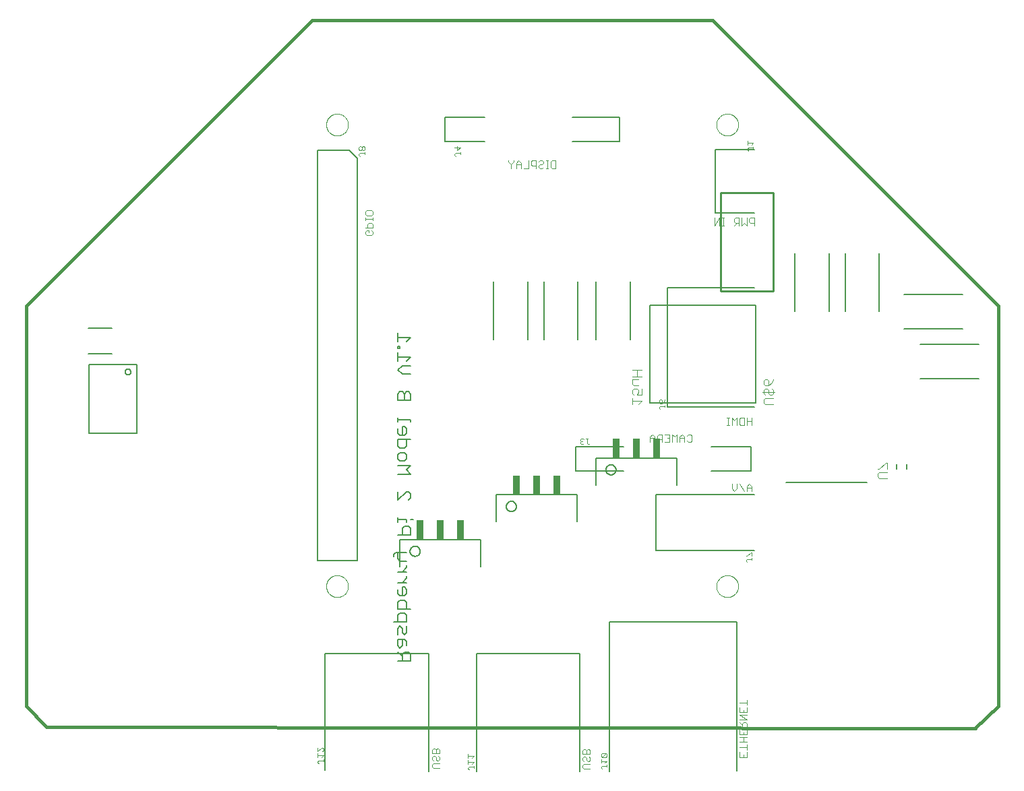
<source format=gbo>
G75*
%MOIN*%
%OFA0B0*%
%FSLAX25Y25*%
%IPPOS*%
%LPD*%
%AMOC8*
5,1,8,0,0,1.08239X$1,22.5*
%
%ADD10C,0.01600*%
%ADD11C,0.00000*%
%ADD12C,0.00500*%
%ADD13C,0.00300*%
%ADD14C,0.00600*%
%ADD15C,0.00800*%
%ADD16R,0.03800X0.09500*%
%ADD17C,0.01000*%
%ADD18C,0.00400*%
D10*
X0058905Y0179884D02*
X0048884Y0190305D01*
X0048884Y0388295D01*
X0190305Y0529716D01*
X0388295Y0529716D01*
X0529716Y0388295D01*
X0529716Y0190305D01*
X0518095Y0179184D01*
X0518195Y0179316D02*
X0059005Y0179916D01*
D11*
X0197324Y0249599D02*
X0197326Y0249746D01*
X0197332Y0249892D01*
X0197342Y0250038D01*
X0197356Y0250184D01*
X0197374Y0250330D01*
X0197395Y0250475D01*
X0197421Y0250619D01*
X0197451Y0250763D01*
X0197484Y0250905D01*
X0197521Y0251047D01*
X0197562Y0251188D01*
X0197607Y0251327D01*
X0197656Y0251466D01*
X0197708Y0251603D01*
X0197765Y0251738D01*
X0197824Y0251872D01*
X0197888Y0252004D01*
X0197955Y0252134D01*
X0198025Y0252263D01*
X0198099Y0252390D01*
X0198176Y0252514D01*
X0198257Y0252637D01*
X0198341Y0252757D01*
X0198428Y0252875D01*
X0198518Y0252990D01*
X0198611Y0253103D01*
X0198708Y0253214D01*
X0198807Y0253322D01*
X0198909Y0253427D01*
X0199014Y0253529D01*
X0199122Y0253628D01*
X0199233Y0253725D01*
X0199346Y0253818D01*
X0199461Y0253908D01*
X0199579Y0253995D01*
X0199699Y0254079D01*
X0199822Y0254160D01*
X0199946Y0254237D01*
X0200073Y0254311D01*
X0200202Y0254381D01*
X0200332Y0254448D01*
X0200464Y0254512D01*
X0200598Y0254571D01*
X0200733Y0254628D01*
X0200870Y0254680D01*
X0201009Y0254729D01*
X0201148Y0254774D01*
X0201289Y0254815D01*
X0201431Y0254852D01*
X0201573Y0254885D01*
X0201717Y0254915D01*
X0201861Y0254941D01*
X0202006Y0254962D01*
X0202152Y0254980D01*
X0202298Y0254994D01*
X0202444Y0255004D01*
X0202590Y0255010D01*
X0202737Y0255012D01*
X0202884Y0255010D01*
X0203030Y0255004D01*
X0203176Y0254994D01*
X0203322Y0254980D01*
X0203468Y0254962D01*
X0203613Y0254941D01*
X0203757Y0254915D01*
X0203901Y0254885D01*
X0204043Y0254852D01*
X0204185Y0254815D01*
X0204326Y0254774D01*
X0204465Y0254729D01*
X0204604Y0254680D01*
X0204741Y0254628D01*
X0204876Y0254571D01*
X0205010Y0254512D01*
X0205142Y0254448D01*
X0205272Y0254381D01*
X0205401Y0254311D01*
X0205528Y0254237D01*
X0205652Y0254160D01*
X0205775Y0254079D01*
X0205895Y0253995D01*
X0206013Y0253908D01*
X0206128Y0253818D01*
X0206241Y0253725D01*
X0206352Y0253628D01*
X0206460Y0253529D01*
X0206565Y0253427D01*
X0206667Y0253322D01*
X0206766Y0253214D01*
X0206863Y0253103D01*
X0206956Y0252990D01*
X0207046Y0252875D01*
X0207133Y0252757D01*
X0207217Y0252637D01*
X0207298Y0252514D01*
X0207375Y0252390D01*
X0207449Y0252263D01*
X0207519Y0252134D01*
X0207586Y0252004D01*
X0207650Y0251872D01*
X0207709Y0251738D01*
X0207766Y0251603D01*
X0207818Y0251466D01*
X0207867Y0251327D01*
X0207912Y0251188D01*
X0207953Y0251047D01*
X0207990Y0250905D01*
X0208023Y0250763D01*
X0208053Y0250619D01*
X0208079Y0250475D01*
X0208100Y0250330D01*
X0208118Y0250184D01*
X0208132Y0250038D01*
X0208142Y0249892D01*
X0208148Y0249746D01*
X0208150Y0249599D01*
X0208148Y0249452D01*
X0208142Y0249306D01*
X0208132Y0249160D01*
X0208118Y0249014D01*
X0208100Y0248868D01*
X0208079Y0248723D01*
X0208053Y0248579D01*
X0208023Y0248435D01*
X0207990Y0248293D01*
X0207953Y0248151D01*
X0207912Y0248010D01*
X0207867Y0247871D01*
X0207818Y0247732D01*
X0207766Y0247595D01*
X0207709Y0247460D01*
X0207650Y0247326D01*
X0207586Y0247194D01*
X0207519Y0247064D01*
X0207449Y0246935D01*
X0207375Y0246808D01*
X0207298Y0246684D01*
X0207217Y0246561D01*
X0207133Y0246441D01*
X0207046Y0246323D01*
X0206956Y0246208D01*
X0206863Y0246095D01*
X0206766Y0245984D01*
X0206667Y0245876D01*
X0206565Y0245771D01*
X0206460Y0245669D01*
X0206352Y0245570D01*
X0206241Y0245473D01*
X0206128Y0245380D01*
X0206013Y0245290D01*
X0205895Y0245203D01*
X0205775Y0245119D01*
X0205652Y0245038D01*
X0205528Y0244961D01*
X0205401Y0244887D01*
X0205272Y0244817D01*
X0205142Y0244750D01*
X0205010Y0244686D01*
X0204876Y0244627D01*
X0204741Y0244570D01*
X0204604Y0244518D01*
X0204465Y0244469D01*
X0204326Y0244424D01*
X0204185Y0244383D01*
X0204043Y0244346D01*
X0203901Y0244313D01*
X0203757Y0244283D01*
X0203613Y0244257D01*
X0203468Y0244236D01*
X0203322Y0244218D01*
X0203176Y0244204D01*
X0203030Y0244194D01*
X0202884Y0244188D01*
X0202737Y0244186D01*
X0202590Y0244188D01*
X0202444Y0244194D01*
X0202298Y0244204D01*
X0202152Y0244218D01*
X0202006Y0244236D01*
X0201861Y0244257D01*
X0201717Y0244283D01*
X0201573Y0244313D01*
X0201431Y0244346D01*
X0201289Y0244383D01*
X0201148Y0244424D01*
X0201009Y0244469D01*
X0200870Y0244518D01*
X0200733Y0244570D01*
X0200598Y0244627D01*
X0200464Y0244686D01*
X0200332Y0244750D01*
X0200202Y0244817D01*
X0200073Y0244887D01*
X0199946Y0244961D01*
X0199822Y0245038D01*
X0199699Y0245119D01*
X0199579Y0245203D01*
X0199461Y0245290D01*
X0199346Y0245380D01*
X0199233Y0245473D01*
X0199122Y0245570D01*
X0199014Y0245669D01*
X0198909Y0245771D01*
X0198807Y0245876D01*
X0198708Y0245984D01*
X0198611Y0246095D01*
X0198518Y0246208D01*
X0198428Y0246323D01*
X0198341Y0246441D01*
X0198257Y0246561D01*
X0198176Y0246684D01*
X0198099Y0246808D01*
X0198025Y0246935D01*
X0197955Y0247064D01*
X0197888Y0247194D01*
X0197824Y0247326D01*
X0197765Y0247460D01*
X0197708Y0247595D01*
X0197656Y0247732D01*
X0197607Y0247871D01*
X0197562Y0248010D01*
X0197521Y0248151D01*
X0197484Y0248293D01*
X0197451Y0248435D01*
X0197421Y0248579D01*
X0197395Y0248723D01*
X0197374Y0248868D01*
X0197356Y0249014D01*
X0197342Y0249160D01*
X0197332Y0249306D01*
X0197326Y0249452D01*
X0197324Y0249599D01*
X0390237Y0249599D02*
X0390239Y0249746D01*
X0390245Y0249892D01*
X0390255Y0250038D01*
X0390269Y0250184D01*
X0390287Y0250330D01*
X0390308Y0250475D01*
X0390334Y0250619D01*
X0390364Y0250763D01*
X0390397Y0250905D01*
X0390434Y0251047D01*
X0390475Y0251188D01*
X0390520Y0251327D01*
X0390569Y0251466D01*
X0390621Y0251603D01*
X0390678Y0251738D01*
X0390737Y0251872D01*
X0390801Y0252004D01*
X0390868Y0252134D01*
X0390938Y0252263D01*
X0391012Y0252390D01*
X0391089Y0252514D01*
X0391170Y0252637D01*
X0391254Y0252757D01*
X0391341Y0252875D01*
X0391431Y0252990D01*
X0391524Y0253103D01*
X0391621Y0253214D01*
X0391720Y0253322D01*
X0391822Y0253427D01*
X0391927Y0253529D01*
X0392035Y0253628D01*
X0392146Y0253725D01*
X0392259Y0253818D01*
X0392374Y0253908D01*
X0392492Y0253995D01*
X0392612Y0254079D01*
X0392735Y0254160D01*
X0392859Y0254237D01*
X0392986Y0254311D01*
X0393115Y0254381D01*
X0393245Y0254448D01*
X0393377Y0254512D01*
X0393511Y0254571D01*
X0393646Y0254628D01*
X0393783Y0254680D01*
X0393922Y0254729D01*
X0394061Y0254774D01*
X0394202Y0254815D01*
X0394344Y0254852D01*
X0394486Y0254885D01*
X0394630Y0254915D01*
X0394774Y0254941D01*
X0394919Y0254962D01*
X0395065Y0254980D01*
X0395211Y0254994D01*
X0395357Y0255004D01*
X0395503Y0255010D01*
X0395650Y0255012D01*
X0395797Y0255010D01*
X0395943Y0255004D01*
X0396089Y0254994D01*
X0396235Y0254980D01*
X0396381Y0254962D01*
X0396526Y0254941D01*
X0396670Y0254915D01*
X0396814Y0254885D01*
X0396956Y0254852D01*
X0397098Y0254815D01*
X0397239Y0254774D01*
X0397378Y0254729D01*
X0397517Y0254680D01*
X0397654Y0254628D01*
X0397789Y0254571D01*
X0397923Y0254512D01*
X0398055Y0254448D01*
X0398185Y0254381D01*
X0398314Y0254311D01*
X0398441Y0254237D01*
X0398565Y0254160D01*
X0398688Y0254079D01*
X0398808Y0253995D01*
X0398926Y0253908D01*
X0399041Y0253818D01*
X0399154Y0253725D01*
X0399265Y0253628D01*
X0399373Y0253529D01*
X0399478Y0253427D01*
X0399580Y0253322D01*
X0399679Y0253214D01*
X0399776Y0253103D01*
X0399869Y0252990D01*
X0399959Y0252875D01*
X0400046Y0252757D01*
X0400130Y0252637D01*
X0400211Y0252514D01*
X0400288Y0252390D01*
X0400362Y0252263D01*
X0400432Y0252134D01*
X0400499Y0252004D01*
X0400563Y0251872D01*
X0400622Y0251738D01*
X0400679Y0251603D01*
X0400731Y0251466D01*
X0400780Y0251327D01*
X0400825Y0251188D01*
X0400866Y0251047D01*
X0400903Y0250905D01*
X0400936Y0250763D01*
X0400966Y0250619D01*
X0400992Y0250475D01*
X0401013Y0250330D01*
X0401031Y0250184D01*
X0401045Y0250038D01*
X0401055Y0249892D01*
X0401061Y0249746D01*
X0401063Y0249599D01*
X0401061Y0249452D01*
X0401055Y0249306D01*
X0401045Y0249160D01*
X0401031Y0249014D01*
X0401013Y0248868D01*
X0400992Y0248723D01*
X0400966Y0248579D01*
X0400936Y0248435D01*
X0400903Y0248293D01*
X0400866Y0248151D01*
X0400825Y0248010D01*
X0400780Y0247871D01*
X0400731Y0247732D01*
X0400679Y0247595D01*
X0400622Y0247460D01*
X0400563Y0247326D01*
X0400499Y0247194D01*
X0400432Y0247064D01*
X0400362Y0246935D01*
X0400288Y0246808D01*
X0400211Y0246684D01*
X0400130Y0246561D01*
X0400046Y0246441D01*
X0399959Y0246323D01*
X0399869Y0246208D01*
X0399776Y0246095D01*
X0399679Y0245984D01*
X0399580Y0245876D01*
X0399478Y0245771D01*
X0399373Y0245669D01*
X0399265Y0245570D01*
X0399154Y0245473D01*
X0399041Y0245380D01*
X0398926Y0245290D01*
X0398808Y0245203D01*
X0398688Y0245119D01*
X0398565Y0245038D01*
X0398441Y0244961D01*
X0398314Y0244887D01*
X0398185Y0244817D01*
X0398055Y0244750D01*
X0397923Y0244686D01*
X0397789Y0244627D01*
X0397654Y0244570D01*
X0397517Y0244518D01*
X0397378Y0244469D01*
X0397239Y0244424D01*
X0397098Y0244383D01*
X0396956Y0244346D01*
X0396814Y0244313D01*
X0396670Y0244283D01*
X0396526Y0244257D01*
X0396381Y0244236D01*
X0396235Y0244218D01*
X0396089Y0244204D01*
X0395943Y0244194D01*
X0395797Y0244188D01*
X0395650Y0244186D01*
X0395503Y0244188D01*
X0395357Y0244194D01*
X0395211Y0244204D01*
X0395065Y0244218D01*
X0394919Y0244236D01*
X0394774Y0244257D01*
X0394630Y0244283D01*
X0394486Y0244313D01*
X0394344Y0244346D01*
X0394202Y0244383D01*
X0394061Y0244424D01*
X0393922Y0244469D01*
X0393783Y0244518D01*
X0393646Y0244570D01*
X0393511Y0244627D01*
X0393377Y0244686D01*
X0393245Y0244750D01*
X0393115Y0244817D01*
X0392986Y0244887D01*
X0392859Y0244961D01*
X0392735Y0245038D01*
X0392612Y0245119D01*
X0392492Y0245203D01*
X0392374Y0245290D01*
X0392259Y0245380D01*
X0392146Y0245473D01*
X0392035Y0245570D01*
X0391927Y0245669D01*
X0391822Y0245771D01*
X0391720Y0245876D01*
X0391621Y0245984D01*
X0391524Y0246095D01*
X0391431Y0246208D01*
X0391341Y0246323D01*
X0391254Y0246441D01*
X0391170Y0246561D01*
X0391089Y0246684D01*
X0391012Y0246808D01*
X0390938Y0246935D01*
X0390868Y0247064D01*
X0390801Y0247194D01*
X0390737Y0247326D01*
X0390678Y0247460D01*
X0390621Y0247595D01*
X0390569Y0247732D01*
X0390520Y0247871D01*
X0390475Y0248010D01*
X0390434Y0248151D01*
X0390397Y0248293D01*
X0390364Y0248435D01*
X0390334Y0248579D01*
X0390308Y0248723D01*
X0390287Y0248868D01*
X0390269Y0249014D01*
X0390255Y0249160D01*
X0390245Y0249306D01*
X0390239Y0249452D01*
X0390237Y0249599D01*
X0390237Y0477946D02*
X0390239Y0478093D01*
X0390245Y0478239D01*
X0390255Y0478385D01*
X0390269Y0478531D01*
X0390287Y0478677D01*
X0390308Y0478822D01*
X0390334Y0478966D01*
X0390364Y0479110D01*
X0390397Y0479252D01*
X0390434Y0479394D01*
X0390475Y0479535D01*
X0390520Y0479674D01*
X0390569Y0479813D01*
X0390621Y0479950D01*
X0390678Y0480085D01*
X0390737Y0480219D01*
X0390801Y0480351D01*
X0390868Y0480481D01*
X0390938Y0480610D01*
X0391012Y0480737D01*
X0391089Y0480861D01*
X0391170Y0480984D01*
X0391254Y0481104D01*
X0391341Y0481222D01*
X0391431Y0481337D01*
X0391524Y0481450D01*
X0391621Y0481561D01*
X0391720Y0481669D01*
X0391822Y0481774D01*
X0391927Y0481876D01*
X0392035Y0481975D01*
X0392146Y0482072D01*
X0392259Y0482165D01*
X0392374Y0482255D01*
X0392492Y0482342D01*
X0392612Y0482426D01*
X0392735Y0482507D01*
X0392859Y0482584D01*
X0392986Y0482658D01*
X0393115Y0482728D01*
X0393245Y0482795D01*
X0393377Y0482859D01*
X0393511Y0482918D01*
X0393646Y0482975D01*
X0393783Y0483027D01*
X0393922Y0483076D01*
X0394061Y0483121D01*
X0394202Y0483162D01*
X0394344Y0483199D01*
X0394486Y0483232D01*
X0394630Y0483262D01*
X0394774Y0483288D01*
X0394919Y0483309D01*
X0395065Y0483327D01*
X0395211Y0483341D01*
X0395357Y0483351D01*
X0395503Y0483357D01*
X0395650Y0483359D01*
X0395797Y0483357D01*
X0395943Y0483351D01*
X0396089Y0483341D01*
X0396235Y0483327D01*
X0396381Y0483309D01*
X0396526Y0483288D01*
X0396670Y0483262D01*
X0396814Y0483232D01*
X0396956Y0483199D01*
X0397098Y0483162D01*
X0397239Y0483121D01*
X0397378Y0483076D01*
X0397517Y0483027D01*
X0397654Y0482975D01*
X0397789Y0482918D01*
X0397923Y0482859D01*
X0398055Y0482795D01*
X0398185Y0482728D01*
X0398314Y0482658D01*
X0398441Y0482584D01*
X0398565Y0482507D01*
X0398688Y0482426D01*
X0398808Y0482342D01*
X0398926Y0482255D01*
X0399041Y0482165D01*
X0399154Y0482072D01*
X0399265Y0481975D01*
X0399373Y0481876D01*
X0399478Y0481774D01*
X0399580Y0481669D01*
X0399679Y0481561D01*
X0399776Y0481450D01*
X0399869Y0481337D01*
X0399959Y0481222D01*
X0400046Y0481104D01*
X0400130Y0480984D01*
X0400211Y0480861D01*
X0400288Y0480737D01*
X0400362Y0480610D01*
X0400432Y0480481D01*
X0400499Y0480351D01*
X0400563Y0480219D01*
X0400622Y0480085D01*
X0400679Y0479950D01*
X0400731Y0479813D01*
X0400780Y0479674D01*
X0400825Y0479535D01*
X0400866Y0479394D01*
X0400903Y0479252D01*
X0400936Y0479110D01*
X0400966Y0478966D01*
X0400992Y0478822D01*
X0401013Y0478677D01*
X0401031Y0478531D01*
X0401045Y0478385D01*
X0401055Y0478239D01*
X0401061Y0478093D01*
X0401063Y0477946D01*
X0401061Y0477799D01*
X0401055Y0477653D01*
X0401045Y0477507D01*
X0401031Y0477361D01*
X0401013Y0477215D01*
X0400992Y0477070D01*
X0400966Y0476926D01*
X0400936Y0476782D01*
X0400903Y0476640D01*
X0400866Y0476498D01*
X0400825Y0476357D01*
X0400780Y0476218D01*
X0400731Y0476079D01*
X0400679Y0475942D01*
X0400622Y0475807D01*
X0400563Y0475673D01*
X0400499Y0475541D01*
X0400432Y0475411D01*
X0400362Y0475282D01*
X0400288Y0475155D01*
X0400211Y0475031D01*
X0400130Y0474908D01*
X0400046Y0474788D01*
X0399959Y0474670D01*
X0399869Y0474555D01*
X0399776Y0474442D01*
X0399679Y0474331D01*
X0399580Y0474223D01*
X0399478Y0474118D01*
X0399373Y0474016D01*
X0399265Y0473917D01*
X0399154Y0473820D01*
X0399041Y0473727D01*
X0398926Y0473637D01*
X0398808Y0473550D01*
X0398688Y0473466D01*
X0398565Y0473385D01*
X0398441Y0473308D01*
X0398314Y0473234D01*
X0398185Y0473164D01*
X0398055Y0473097D01*
X0397923Y0473033D01*
X0397789Y0472974D01*
X0397654Y0472917D01*
X0397517Y0472865D01*
X0397378Y0472816D01*
X0397239Y0472771D01*
X0397098Y0472730D01*
X0396956Y0472693D01*
X0396814Y0472660D01*
X0396670Y0472630D01*
X0396526Y0472604D01*
X0396381Y0472583D01*
X0396235Y0472565D01*
X0396089Y0472551D01*
X0395943Y0472541D01*
X0395797Y0472535D01*
X0395650Y0472533D01*
X0395503Y0472535D01*
X0395357Y0472541D01*
X0395211Y0472551D01*
X0395065Y0472565D01*
X0394919Y0472583D01*
X0394774Y0472604D01*
X0394630Y0472630D01*
X0394486Y0472660D01*
X0394344Y0472693D01*
X0394202Y0472730D01*
X0394061Y0472771D01*
X0393922Y0472816D01*
X0393783Y0472865D01*
X0393646Y0472917D01*
X0393511Y0472974D01*
X0393377Y0473033D01*
X0393245Y0473097D01*
X0393115Y0473164D01*
X0392986Y0473234D01*
X0392859Y0473308D01*
X0392735Y0473385D01*
X0392612Y0473466D01*
X0392492Y0473550D01*
X0392374Y0473637D01*
X0392259Y0473727D01*
X0392146Y0473820D01*
X0392035Y0473917D01*
X0391927Y0474016D01*
X0391822Y0474118D01*
X0391720Y0474223D01*
X0391621Y0474331D01*
X0391524Y0474442D01*
X0391431Y0474555D01*
X0391341Y0474670D01*
X0391254Y0474788D01*
X0391170Y0474908D01*
X0391089Y0475031D01*
X0391012Y0475155D01*
X0390938Y0475282D01*
X0390868Y0475411D01*
X0390801Y0475541D01*
X0390737Y0475673D01*
X0390678Y0475807D01*
X0390621Y0475942D01*
X0390569Y0476079D01*
X0390520Y0476218D01*
X0390475Y0476357D01*
X0390434Y0476498D01*
X0390397Y0476640D01*
X0390364Y0476782D01*
X0390334Y0476926D01*
X0390308Y0477070D01*
X0390287Y0477215D01*
X0390269Y0477361D01*
X0390255Y0477507D01*
X0390245Y0477653D01*
X0390239Y0477799D01*
X0390237Y0477946D01*
X0197324Y0477946D02*
X0197326Y0478093D01*
X0197332Y0478239D01*
X0197342Y0478385D01*
X0197356Y0478531D01*
X0197374Y0478677D01*
X0197395Y0478822D01*
X0197421Y0478966D01*
X0197451Y0479110D01*
X0197484Y0479252D01*
X0197521Y0479394D01*
X0197562Y0479535D01*
X0197607Y0479674D01*
X0197656Y0479813D01*
X0197708Y0479950D01*
X0197765Y0480085D01*
X0197824Y0480219D01*
X0197888Y0480351D01*
X0197955Y0480481D01*
X0198025Y0480610D01*
X0198099Y0480737D01*
X0198176Y0480861D01*
X0198257Y0480984D01*
X0198341Y0481104D01*
X0198428Y0481222D01*
X0198518Y0481337D01*
X0198611Y0481450D01*
X0198708Y0481561D01*
X0198807Y0481669D01*
X0198909Y0481774D01*
X0199014Y0481876D01*
X0199122Y0481975D01*
X0199233Y0482072D01*
X0199346Y0482165D01*
X0199461Y0482255D01*
X0199579Y0482342D01*
X0199699Y0482426D01*
X0199822Y0482507D01*
X0199946Y0482584D01*
X0200073Y0482658D01*
X0200202Y0482728D01*
X0200332Y0482795D01*
X0200464Y0482859D01*
X0200598Y0482918D01*
X0200733Y0482975D01*
X0200870Y0483027D01*
X0201009Y0483076D01*
X0201148Y0483121D01*
X0201289Y0483162D01*
X0201431Y0483199D01*
X0201573Y0483232D01*
X0201717Y0483262D01*
X0201861Y0483288D01*
X0202006Y0483309D01*
X0202152Y0483327D01*
X0202298Y0483341D01*
X0202444Y0483351D01*
X0202590Y0483357D01*
X0202737Y0483359D01*
X0202884Y0483357D01*
X0203030Y0483351D01*
X0203176Y0483341D01*
X0203322Y0483327D01*
X0203468Y0483309D01*
X0203613Y0483288D01*
X0203757Y0483262D01*
X0203901Y0483232D01*
X0204043Y0483199D01*
X0204185Y0483162D01*
X0204326Y0483121D01*
X0204465Y0483076D01*
X0204604Y0483027D01*
X0204741Y0482975D01*
X0204876Y0482918D01*
X0205010Y0482859D01*
X0205142Y0482795D01*
X0205272Y0482728D01*
X0205401Y0482658D01*
X0205528Y0482584D01*
X0205652Y0482507D01*
X0205775Y0482426D01*
X0205895Y0482342D01*
X0206013Y0482255D01*
X0206128Y0482165D01*
X0206241Y0482072D01*
X0206352Y0481975D01*
X0206460Y0481876D01*
X0206565Y0481774D01*
X0206667Y0481669D01*
X0206766Y0481561D01*
X0206863Y0481450D01*
X0206956Y0481337D01*
X0207046Y0481222D01*
X0207133Y0481104D01*
X0207217Y0480984D01*
X0207298Y0480861D01*
X0207375Y0480737D01*
X0207449Y0480610D01*
X0207519Y0480481D01*
X0207586Y0480351D01*
X0207650Y0480219D01*
X0207709Y0480085D01*
X0207766Y0479950D01*
X0207818Y0479813D01*
X0207867Y0479674D01*
X0207912Y0479535D01*
X0207953Y0479394D01*
X0207990Y0479252D01*
X0208023Y0479110D01*
X0208053Y0478966D01*
X0208079Y0478822D01*
X0208100Y0478677D01*
X0208118Y0478531D01*
X0208132Y0478385D01*
X0208142Y0478239D01*
X0208148Y0478093D01*
X0208150Y0477946D01*
X0208148Y0477799D01*
X0208142Y0477653D01*
X0208132Y0477507D01*
X0208118Y0477361D01*
X0208100Y0477215D01*
X0208079Y0477070D01*
X0208053Y0476926D01*
X0208023Y0476782D01*
X0207990Y0476640D01*
X0207953Y0476498D01*
X0207912Y0476357D01*
X0207867Y0476218D01*
X0207818Y0476079D01*
X0207766Y0475942D01*
X0207709Y0475807D01*
X0207650Y0475673D01*
X0207586Y0475541D01*
X0207519Y0475411D01*
X0207449Y0475282D01*
X0207375Y0475155D01*
X0207298Y0475031D01*
X0207217Y0474908D01*
X0207133Y0474788D01*
X0207046Y0474670D01*
X0206956Y0474555D01*
X0206863Y0474442D01*
X0206766Y0474331D01*
X0206667Y0474223D01*
X0206565Y0474118D01*
X0206460Y0474016D01*
X0206352Y0473917D01*
X0206241Y0473820D01*
X0206128Y0473727D01*
X0206013Y0473637D01*
X0205895Y0473550D01*
X0205775Y0473466D01*
X0205652Y0473385D01*
X0205528Y0473308D01*
X0205401Y0473234D01*
X0205272Y0473164D01*
X0205142Y0473097D01*
X0205010Y0473033D01*
X0204876Y0472974D01*
X0204741Y0472917D01*
X0204604Y0472865D01*
X0204465Y0472816D01*
X0204326Y0472771D01*
X0204185Y0472730D01*
X0204043Y0472693D01*
X0203901Y0472660D01*
X0203757Y0472630D01*
X0203613Y0472604D01*
X0203468Y0472583D01*
X0203322Y0472565D01*
X0203176Y0472551D01*
X0203030Y0472541D01*
X0202884Y0472535D01*
X0202737Y0472533D01*
X0202590Y0472535D01*
X0202444Y0472541D01*
X0202298Y0472551D01*
X0202152Y0472565D01*
X0202006Y0472583D01*
X0201861Y0472604D01*
X0201717Y0472630D01*
X0201573Y0472660D01*
X0201431Y0472693D01*
X0201289Y0472730D01*
X0201148Y0472771D01*
X0201009Y0472816D01*
X0200870Y0472865D01*
X0200733Y0472917D01*
X0200598Y0472974D01*
X0200464Y0473033D01*
X0200332Y0473097D01*
X0200202Y0473164D01*
X0200073Y0473234D01*
X0199946Y0473308D01*
X0199822Y0473385D01*
X0199699Y0473466D01*
X0199579Y0473550D01*
X0199461Y0473637D01*
X0199346Y0473727D01*
X0199233Y0473820D01*
X0199122Y0473917D01*
X0199014Y0474016D01*
X0198909Y0474118D01*
X0198807Y0474223D01*
X0198708Y0474331D01*
X0198611Y0474442D01*
X0198518Y0474555D01*
X0198428Y0474670D01*
X0198341Y0474788D01*
X0198257Y0474908D01*
X0198176Y0475031D01*
X0198099Y0475155D01*
X0198025Y0475282D01*
X0197955Y0475411D01*
X0197888Y0475541D01*
X0197824Y0475673D01*
X0197765Y0475807D01*
X0197708Y0475942D01*
X0197656Y0476079D01*
X0197607Y0476218D01*
X0197562Y0476357D01*
X0197521Y0476498D01*
X0197484Y0476640D01*
X0197451Y0476782D01*
X0197421Y0476926D01*
X0197395Y0477070D01*
X0197374Y0477215D01*
X0197356Y0477361D01*
X0197342Y0477507D01*
X0197332Y0477653D01*
X0197326Y0477799D01*
X0197324Y0477946D01*
D12*
X0192887Y0465194D02*
X0208635Y0465194D01*
X0212572Y0461257D01*
X0212572Y0262438D01*
X0192887Y0262438D01*
X0192887Y0465194D01*
X0255886Y0469678D02*
X0275571Y0469678D01*
X0275571Y0481489D02*
X0255886Y0481489D01*
X0255886Y0469678D01*
X0318878Y0469678D02*
X0342501Y0469678D01*
X0342501Y0481489D01*
X0318878Y0481489D01*
X0389745Y0465741D02*
X0389745Y0434245D01*
X0409036Y0434245D01*
X0429084Y0414215D02*
X0429084Y0385475D01*
X0446013Y0385475D02*
X0446013Y0414215D01*
X0453884Y0414215D02*
X0453884Y0385475D01*
X0470813Y0385475D02*
X0470813Y0414215D01*
X0483178Y0393910D02*
X0511919Y0393910D01*
X0511919Y0376980D02*
X0483178Y0376980D01*
X0491178Y0369310D02*
X0519919Y0369310D01*
X0519919Y0352380D02*
X0491178Y0352380D01*
X0464849Y0300845D02*
X0424849Y0300845D01*
X0409036Y0294875D02*
X0360217Y0294875D01*
X0360217Y0267316D01*
X0409036Y0267316D01*
X0400375Y0231883D02*
X0337382Y0231883D01*
X0337382Y0157867D01*
X0322815Y0157867D02*
X0322815Y0216135D01*
X0271634Y0216135D01*
X0271634Y0157867D01*
X0248012Y0157867D02*
X0248012Y0216135D01*
X0196831Y0216135D01*
X0196831Y0158654D01*
X0320847Y0306686D02*
X0320847Y0318497D01*
X0344469Y0318497D01*
X0344469Y0306686D02*
X0320847Y0306686D01*
X0357367Y0340429D02*
X0409730Y0340429D01*
X0409730Y0388461D01*
X0357367Y0388461D01*
X0357367Y0340429D01*
X0366123Y0338182D02*
X0409036Y0338182D01*
X0407461Y0318497D02*
X0387776Y0318497D01*
X0387776Y0306686D02*
X0407461Y0306686D01*
X0407461Y0318497D01*
X0366123Y0338182D02*
X0366123Y0397237D01*
X0409036Y0397237D01*
X0347713Y0400215D02*
X0347713Y0371475D01*
X0330784Y0371475D02*
X0330784Y0400215D01*
X0321813Y0400215D02*
X0321813Y0371475D01*
X0304884Y0371475D02*
X0304884Y0400215D01*
X0297013Y0400215D02*
X0297013Y0371475D01*
X0280084Y0371475D02*
X0280084Y0400215D01*
X0389745Y0465741D02*
X0409036Y0465741D01*
X0400375Y0231883D02*
X0400375Y0158261D01*
X0103642Y0325376D02*
X0080020Y0325376D01*
X0080020Y0359235D01*
X0103642Y0359235D01*
X0103642Y0325376D01*
X0097892Y0355691D02*
X0097894Y0355766D01*
X0097900Y0355841D01*
X0097910Y0355915D01*
X0097924Y0355989D01*
X0097941Y0356062D01*
X0097963Y0356133D01*
X0097988Y0356204D01*
X0098017Y0356273D01*
X0098049Y0356341D01*
X0098085Y0356406D01*
X0098125Y0356470D01*
X0098168Y0356532D01*
X0098214Y0356591D01*
X0098263Y0356648D01*
X0098315Y0356702D01*
X0098369Y0356753D01*
X0098427Y0356801D01*
X0098486Y0356846D01*
X0098549Y0356888D01*
X0098613Y0356927D01*
X0098679Y0356962D01*
X0098747Y0356994D01*
X0098817Y0357022D01*
X0098887Y0357046D01*
X0098960Y0357067D01*
X0099033Y0357083D01*
X0099107Y0357096D01*
X0099181Y0357105D01*
X0099256Y0357110D01*
X0099331Y0357111D01*
X0099406Y0357108D01*
X0099480Y0357101D01*
X0099554Y0357090D01*
X0099628Y0357075D01*
X0099701Y0357057D01*
X0099772Y0357034D01*
X0099842Y0357008D01*
X0099911Y0356978D01*
X0099978Y0356945D01*
X0100044Y0356908D01*
X0100107Y0356868D01*
X0100168Y0356824D01*
X0100226Y0356777D01*
X0100282Y0356728D01*
X0100336Y0356675D01*
X0100386Y0356620D01*
X0100434Y0356562D01*
X0100478Y0356501D01*
X0100519Y0356439D01*
X0100557Y0356374D01*
X0100591Y0356307D01*
X0100622Y0356239D01*
X0100649Y0356169D01*
X0100673Y0356098D01*
X0100692Y0356025D01*
X0100708Y0355952D01*
X0100720Y0355878D01*
X0100728Y0355803D01*
X0100732Y0355728D01*
X0100732Y0355654D01*
X0100728Y0355579D01*
X0100720Y0355504D01*
X0100708Y0355430D01*
X0100692Y0355357D01*
X0100673Y0355284D01*
X0100649Y0355213D01*
X0100622Y0355143D01*
X0100591Y0355075D01*
X0100557Y0355008D01*
X0100519Y0354943D01*
X0100478Y0354881D01*
X0100434Y0354820D01*
X0100386Y0354762D01*
X0100336Y0354707D01*
X0100282Y0354654D01*
X0100226Y0354605D01*
X0100168Y0354558D01*
X0100107Y0354514D01*
X0100044Y0354474D01*
X0099978Y0354437D01*
X0099911Y0354404D01*
X0099842Y0354374D01*
X0099772Y0354348D01*
X0099701Y0354325D01*
X0099628Y0354307D01*
X0099554Y0354292D01*
X0099480Y0354281D01*
X0099406Y0354274D01*
X0099331Y0354271D01*
X0099256Y0354272D01*
X0099181Y0354277D01*
X0099107Y0354286D01*
X0099033Y0354299D01*
X0098960Y0354315D01*
X0098887Y0354336D01*
X0098817Y0354360D01*
X0098747Y0354388D01*
X0098679Y0354420D01*
X0098613Y0354455D01*
X0098549Y0354494D01*
X0098486Y0354536D01*
X0098427Y0354581D01*
X0098369Y0354629D01*
X0098315Y0354680D01*
X0098263Y0354734D01*
X0098214Y0354791D01*
X0098168Y0354850D01*
X0098125Y0354912D01*
X0098085Y0354976D01*
X0098049Y0355041D01*
X0098017Y0355109D01*
X0097988Y0355178D01*
X0097963Y0355249D01*
X0097941Y0355320D01*
X0097924Y0355393D01*
X0097910Y0355467D01*
X0097900Y0355541D01*
X0097894Y0355616D01*
X0097892Y0355691D01*
X0091354Y0364546D02*
X0079543Y0364546D01*
X0079543Y0377144D02*
X0091354Y0377144D01*
D13*
X0213466Y0462844D02*
X0213466Y0463328D01*
X0213950Y0463811D01*
X0216369Y0463811D01*
X0216369Y0463328D02*
X0216369Y0464295D01*
X0215885Y0465307D02*
X0215401Y0465307D01*
X0214917Y0465790D01*
X0214917Y0466758D01*
X0214434Y0467242D01*
X0213950Y0467242D01*
X0213466Y0466758D01*
X0213466Y0465790D01*
X0213950Y0465307D01*
X0214434Y0465307D01*
X0214917Y0465790D01*
X0214917Y0466758D02*
X0215401Y0467242D01*
X0215885Y0467242D01*
X0216369Y0466758D01*
X0216369Y0465790D01*
X0215885Y0465307D01*
X0213466Y0462844D02*
X0213950Y0462360D01*
X0217220Y0435543D02*
X0219689Y0435543D01*
X0220306Y0434926D01*
X0220306Y0433691D01*
X0219689Y0433074D01*
X0217220Y0433074D01*
X0216603Y0433691D01*
X0216603Y0434926D01*
X0217220Y0435543D01*
X0216603Y0431853D02*
X0216603Y0430619D01*
X0216603Y0431236D02*
X0220306Y0431236D01*
X0220306Y0430619D02*
X0220306Y0431853D01*
X0219689Y0429404D02*
X0220306Y0428787D01*
X0220306Y0426935D01*
X0216603Y0426935D01*
X0217838Y0426935D02*
X0217838Y0428787D01*
X0218455Y0429404D01*
X0219689Y0429404D01*
X0219689Y0425721D02*
X0220306Y0425104D01*
X0220306Y0423869D01*
X0219689Y0423252D01*
X0217220Y0423252D01*
X0216603Y0423869D01*
X0216603Y0425104D01*
X0217220Y0425721D01*
X0218455Y0425721D01*
X0218455Y0424487D01*
X0260710Y0462844D02*
X0260710Y0463328D01*
X0261194Y0463811D01*
X0263613Y0463811D01*
X0263613Y0463328D02*
X0263613Y0464295D01*
X0262162Y0465307D02*
X0262162Y0467242D01*
X0263613Y0466758D02*
X0262162Y0465307D01*
X0260710Y0466758D02*
X0263613Y0466758D01*
X0260710Y0462844D02*
X0261194Y0462360D01*
X0287515Y0460145D02*
X0287515Y0459528D01*
X0288749Y0458294D01*
X0288749Y0456442D01*
X0288749Y0458294D02*
X0289983Y0459528D01*
X0289983Y0460145D01*
X0291198Y0458911D02*
X0291198Y0456442D01*
X0291198Y0458294D02*
X0293666Y0458294D01*
X0293666Y0458911D02*
X0292432Y0460145D01*
X0291198Y0458911D01*
X0293666Y0458911D02*
X0293666Y0456442D01*
X0294881Y0456442D02*
X0297350Y0456442D01*
X0297350Y0460145D01*
X0298564Y0459528D02*
X0298564Y0458294D01*
X0299181Y0457677D01*
X0301033Y0457677D01*
X0302247Y0457677D02*
X0302247Y0457059D01*
X0302864Y0456442D01*
X0304099Y0456442D01*
X0304716Y0457059D01*
X0305937Y0456442D02*
X0307171Y0456442D01*
X0306554Y0456442D02*
X0306554Y0460145D01*
X0307171Y0460145D02*
X0305937Y0460145D01*
X0304716Y0459528D02*
X0304716Y0458911D01*
X0304099Y0458294D01*
X0302864Y0458294D01*
X0302247Y0457677D01*
X0301033Y0456442D02*
X0301033Y0460145D01*
X0299181Y0460145D01*
X0298564Y0459528D01*
X0302247Y0459528D02*
X0302864Y0460145D01*
X0304099Y0460145D01*
X0304716Y0459528D01*
X0308386Y0459528D02*
X0308386Y0457059D01*
X0309003Y0456442D01*
X0310854Y0456442D01*
X0310854Y0460145D01*
X0309003Y0460145D01*
X0308386Y0459528D01*
X0389229Y0431799D02*
X0389229Y0428096D01*
X0391698Y0431799D01*
X0391698Y0428096D01*
X0392919Y0428096D02*
X0394153Y0428096D01*
X0393536Y0428096D02*
X0393536Y0431799D01*
X0394153Y0431799D02*
X0392919Y0431799D01*
X0399051Y0431182D02*
X0399051Y0429947D01*
X0399668Y0429330D01*
X0401520Y0429330D01*
X0401520Y0428096D02*
X0401520Y0431799D01*
X0399668Y0431799D01*
X0399051Y0431182D01*
X0400285Y0429330D02*
X0399051Y0428096D01*
X0402734Y0428096D02*
X0402734Y0431799D01*
X0405203Y0431799D02*
X0405203Y0428096D01*
X0403968Y0429330D01*
X0402734Y0428096D01*
X0406417Y0429947D02*
X0407034Y0429330D01*
X0408886Y0429330D01*
X0408886Y0428096D02*
X0408886Y0431799D01*
X0407034Y0431799D01*
X0406417Y0431182D01*
X0406417Y0429947D01*
X0406076Y0465116D02*
X0405592Y0465600D01*
X0405592Y0466084D01*
X0406076Y0466567D01*
X0408495Y0466567D01*
X0408495Y0466084D02*
X0408495Y0467051D01*
X0407527Y0468063D02*
X0408495Y0469030D01*
X0405592Y0469030D01*
X0405592Y0468063D02*
X0405592Y0469998D01*
X0364794Y0342045D02*
X0364310Y0341077D01*
X0363343Y0340110D01*
X0363343Y0341561D01*
X0362859Y0342045D01*
X0362375Y0342045D01*
X0361891Y0341561D01*
X0361891Y0340594D01*
X0362375Y0340110D01*
X0363343Y0340110D01*
X0364794Y0339098D02*
X0364794Y0338131D01*
X0364794Y0338615D02*
X0362375Y0338615D01*
X0361891Y0338131D01*
X0361891Y0337647D01*
X0362375Y0337163D01*
X0361593Y0324712D02*
X0360976Y0324095D01*
X0360976Y0322861D01*
X0361593Y0322244D01*
X0363445Y0322244D01*
X0362210Y0322244D02*
X0360976Y0321009D01*
X0359762Y0321009D02*
X0359762Y0323478D01*
X0358527Y0324712D01*
X0357293Y0323478D01*
X0357293Y0321009D01*
X0357293Y0322861D02*
X0359762Y0322861D01*
X0361593Y0324712D02*
X0363445Y0324712D01*
X0363445Y0321009D01*
X0364659Y0321009D02*
X0367128Y0321009D01*
X0367128Y0324712D01*
X0364659Y0324712D01*
X0365893Y0322861D02*
X0367128Y0322861D01*
X0368342Y0324712D02*
X0368342Y0321009D01*
X0370811Y0321009D02*
X0370811Y0324712D01*
X0369577Y0323478D01*
X0368342Y0324712D01*
X0372025Y0323478D02*
X0372025Y0321009D01*
X0372025Y0322861D02*
X0374494Y0322861D01*
X0374494Y0323478D02*
X0373260Y0324712D01*
X0372025Y0323478D01*
X0374494Y0323478D02*
X0374494Y0321009D01*
X0375709Y0321626D02*
X0376326Y0321009D01*
X0377560Y0321009D01*
X0378177Y0321626D01*
X0378177Y0324095D01*
X0377560Y0324712D01*
X0376326Y0324712D01*
X0375709Y0324095D01*
X0395421Y0329277D02*
X0396655Y0329277D01*
X0396038Y0329277D02*
X0396038Y0332980D01*
X0396655Y0332980D02*
X0395421Y0332980D01*
X0397870Y0332980D02*
X0397870Y0329277D01*
X0400339Y0329277D02*
X0400339Y0332980D01*
X0399104Y0331746D01*
X0397870Y0332980D01*
X0401553Y0332363D02*
X0402170Y0332980D01*
X0404022Y0332980D01*
X0404022Y0329277D01*
X0402170Y0329277D01*
X0401553Y0329894D01*
X0401553Y0332363D01*
X0405236Y0332980D02*
X0405236Y0329277D01*
X0405236Y0331128D02*
X0407705Y0331128D01*
X0407705Y0329277D02*
X0407705Y0332980D01*
X0406470Y0300303D02*
X0405236Y0299068D01*
X0405236Y0296600D01*
X0404022Y0296600D02*
X0401553Y0300303D01*
X0400339Y0300303D02*
X0400339Y0297834D01*
X0399104Y0296600D01*
X0397870Y0297834D01*
X0397870Y0300303D01*
X0405236Y0298451D02*
X0407705Y0298451D01*
X0407705Y0299068D02*
X0406470Y0300303D01*
X0407705Y0299068D02*
X0407705Y0296600D01*
X0407758Y0266442D02*
X0407274Y0266442D01*
X0405339Y0264507D01*
X0404855Y0264507D01*
X0405339Y0263012D02*
X0404855Y0262528D01*
X0404855Y0262044D01*
X0405339Y0261560D01*
X0405339Y0263012D02*
X0407758Y0263012D01*
X0407758Y0263495D02*
X0407758Y0262528D01*
X0407758Y0264507D02*
X0407758Y0266442D01*
X0405409Y0193354D02*
X0405409Y0190886D01*
X0405409Y0189671D02*
X0405409Y0187202D01*
X0401706Y0187202D01*
X0401706Y0189671D01*
X0403557Y0188437D02*
X0403557Y0187202D01*
X0401706Y0185988D02*
X0405409Y0185988D01*
X0405409Y0183519D02*
X0401706Y0183519D01*
X0401706Y0182305D02*
X0402940Y0181071D01*
X0402940Y0181688D02*
X0402940Y0179836D01*
X0401706Y0179836D02*
X0405409Y0179836D01*
X0405409Y0181688D01*
X0404792Y0182305D01*
X0403557Y0182305D01*
X0402940Y0181688D01*
X0405409Y0183519D02*
X0401706Y0185988D01*
X0401706Y0192120D02*
X0405409Y0192120D01*
X0405409Y0178622D02*
X0405409Y0176153D01*
X0401706Y0176153D01*
X0401706Y0178622D01*
X0403557Y0177387D02*
X0403557Y0176153D01*
X0403557Y0174939D02*
X0403557Y0172470D01*
X0401706Y0172470D02*
X0405409Y0172470D01*
X0405409Y0171256D02*
X0405409Y0168787D01*
X0405409Y0167572D02*
X0405409Y0165104D01*
X0401706Y0165104D01*
X0401706Y0167572D01*
X0403557Y0166338D02*
X0403557Y0165104D01*
X0401706Y0170021D02*
X0405409Y0170021D01*
X0405409Y0174939D02*
X0401706Y0174939D01*
X0336104Y0166542D02*
X0335620Y0167026D01*
X0333685Y0165091D01*
X0333202Y0165575D01*
X0333202Y0166542D01*
X0333685Y0167026D01*
X0335620Y0167026D01*
X0336104Y0166542D02*
X0336104Y0165575D01*
X0335620Y0165091D01*
X0333685Y0165091D01*
X0333202Y0164080D02*
X0333202Y0162145D01*
X0333202Y0163112D02*
X0336104Y0163112D01*
X0335137Y0162145D01*
X0336104Y0161133D02*
X0336104Y0160166D01*
X0336104Y0160649D02*
X0333685Y0160649D01*
X0333202Y0160166D01*
X0333202Y0159682D01*
X0333685Y0159198D01*
X0327850Y0159198D02*
X0324764Y0159198D01*
X0324147Y0159815D01*
X0324147Y0161050D01*
X0324764Y0161667D01*
X0327850Y0161667D01*
X0327233Y0162881D02*
X0326615Y0162881D01*
X0325998Y0163498D01*
X0325998Y0164733D01*
X0325381Y0165350D01*
X0324764Y0165350D01*
X0324147Y0164733D01*
X0324147Y0163498D01*
X0324764Y0162881D01*
X0327233Y0162881D02*
X0327850Y0163498D01*
X0327850Y0164733D01*
X0327233Y0165350D01*
X0327850Y0166564D02*
X0327850Y0168416D01*
X0327233Y0169033D01*
X0326615Y0169033D01*
X0325998Y0168416D01*
X0325998Y0166564D01*
X0324147Y0166564D02*
X0324147Y0168416D01*
X0324764Y0169033D01*
X0325381Y0169033D01*
X0325998Y0168416D01*
X0324147Y0166564D02*
X0327850Y0166564D01*
X0270356Y0165665D02*
X0267454Y0165665D01*
X0267454Y0166632D02*
X0267454Y0164697D01*
X0267454Y0163686D02*
X0267454Y0161751D01*
X0267454Y0162718D02*
X0270356Y0162718D01*
X0269389Y0161751D01*
X0270356Y0160739D02*
X0270356Y0159772D01*
X0270356Y0160256D02*
X0267937Y0160256D01*
X0267454Y0159772D01*
X0267454Y0159288D01*
X0267937Y0158804D01*
X0269389Y0164697D02*
X0270356Y0165665D01*
X0253377Y0165101D02*
X0253377Y0163866D01*
X0252760Y0163249D01*
X0252143Y0163249D01*
X0251526Y0163866D01*
X0251526Y0165101D01*
X0250909Y0165718D01*
X0250291Y0165718D01*
X0249674Y0165101D01*
X0249674Y0163866D01*
X0250291Y0163249D01*
X0250291Y0162035D02*
X0253377Y0162035D01*
X0253377Y0159566D02*
X0250291Y0159566D01*
X0249674Y0160183D01*
X0249674Y0161418D01*
X0250291Y0162035D01*
X0253377Y0165101D02*
X0252760Y0165718D01*
X0253377Y0166932D02*
X0253377Y0168784D01*
X0252760Y0169401D01*
X0252143Y0169401D01*
X0251526Y0168784D01*
X0251526Y0166932D01*
X0253377Y0166932D02*
X0249674Y0166932D01*
X0249674Y0168784D01*
X0250291Y0169401D01*
X0250909Y0169401D01*
X0251526Y0168784D01*
X0195947Y0168331D02*
X0195463Y0167847D01*
X0195947Y0168331D02*
X0195947Y0169298D01*
X0195463Y0169782D01*
X0194979Y0169782D01*
X0193044Y0167847D01*
X0193044Y0169782D01*
X0193044Y0166836D02*
X0193044Y0164901D01*
X0193044Y0165868D02*
X0195947Y0165868D01*
X0194979Y0164901D01*
X0195947Y0163889D02*
X0195947Y0162921D01*
X0195947Y0163405D02*
X0193528Y0163405D01*
X0193044Y0162921D01*
X0193044Y0162438D01*
X0193528Y0161954D01*
X0323386Y0319828D02*
X0324353Y0319828D01*
X0324837Y0320312D01*
X0323870Y0321279D02*
X0323386Y0321279D01*
X0322902Y0320796D01*
X0322902Y0320312D01*
X0323386Y0319828D01*
X0323386Y0321279D02*
X0322902Y0321763D01*
X0322902Y0322247D01*
X0323386Y0322730D01*
X0324353Y0322730D01*
X0324837Y0322247D01*
X0325849Y0322730D02*
X0326816Y0322730D01*
X0326332Y0322730D02*
X0326332Y0320312D01*
X0326816Y0319828D01*
X0327300Y0319828D01*
X0327784Y0320312D01*
D14*
X0239135Y0322212D02*
X0232730Y0322212D01*
X0232730Y0319009D01*
X0233797Y0317941D01*
X0235932Y0317941D01*
X0237000Y0319009D01*
X0237000Y0322212D01*
X0235932Y0324387D02*
X0237000Y0325454D01*
X0237000Y0327589D01*
X0235932Y0328657D01*
X0234865Y0328657D01*
X0234865Y0324387D01*
X0235932Y0324387D02*
X0233797Y0324387D01*
X0232730Y0325454D01*
X0232730Y0327589D01*
X0232730Y0330832D02*
X0232730Y0332967D01*
X0232730Y0331900D02*
X0239135Y0331900D01*
X0239135Y0330832D01*
X0239135Y0341575D02*
X0232730Y0341575D01*
X0232730Y0344777D01*
X0233797Y0345845D01*
X0234865Y0345845D01*
X0235932Y0344777D01*
X0235932Y0341575D01*
X0235932Y0344777D02*
X0237000Y0345845D01*
X0238068Y0345845D01*
X0239135Y0344777D01*
X0239135Y0341575D01*
X0239135Y0354466D02*
X0234865Y0354466D01*
X0232730Y0356601D01*
X0234865Y0358736D01*
X0239135Y0358736D01*
X0237000Y0360911D02*
X0239135Y0363046D01*
X0232730Y0363046D01*
X0232730Y0360911D02*
X0232730Y0365182D01*
X0232730Y0367357D02*
X0232730Y0368424D01*
X0233797Y0368424D01*
X0233797Y0367357D01*
X0232730Y0367357D01*
X0232730Y0370579D02*
X0232730Y0374850D01*
X0232730Y0372715D02*
X0239135Y0372715D01*
X0237000Y0370579D01*
X0235932Y0315766D02*
X0237000Y0314698D01*
X0237000Y0312563D01*
X0235932Y0311496D01*
X0233797Y0311496D01*
X0232730Y0312563D01*
X0232730Y0314698D01*
X0233797Y0315766D01*
X0235932Y0315766D01*
X0232730Y0309321D02*
X0239135Y0309321D01*
X0237000Y0307185D01*
X0239135Y0305050D01*
X0232730Y0305050D01*
X0232730Y0296430D02*
X0232730Y0292159D01*
X0237000Y0296430D01*
X0238068Y0296430D01*
X0239135Y0295362D01*
X0239135Y0293227D01*
X0238068Y0292159D01*
X0232730Y0283552D02*
X0232730Y0281417D01*
X0232730Y0282484D02*
X0237000Y0282484D01*
X0237000Y0281417D01*
X0239135Y0282484D02*
X0240203Y0282484D01*
X0238068Y0279242D02*
X0235932Y0279242D01*
X0234865Y0278174D01*
X0234865Y0274971D01*
X0232730Y0274971D02*
X0239135Y0274971D01*
X0239135Y0278174D01*
X0238068Y0279242D01*
X0237000Y0266351D02*
X0231662Y0266351D01*
X0230595Y0265283D01*
X0230595Y0264215D01*
X0232730Y0263148D02*
X0232730Y0266351D01*
X0232730Y0263148D02*
X0233797Y0262080D01*
X0237000Y0262080D01*
X0237000Y0259912D02*
X0237000Y0258844D01*
X0234865Y0256709D01*
X0232730Y0256709D02*
X0237000Y0256709D01*
X0237000Y0254541D02*
X0237000Y0253473D01*
X0234865Y0251338D01*
X0232730Y0251338D02*
X0237000Y0251338D01*
X0235932Y0249163D02*
X0234865Y0249163D01*
X0234865Y0244892D01*
X0235932Y0244892D02*
X0237000Y0245960D01*
X0237000Y0248095D01*
X0235932Y0249163D01*
X0232730Y0248095D02*
X0232730Y0245960D01*
X0233797Y0244892D01*
X0235932Y0244892D01*
X0235932Y0242717D02*
X0237000Y0241650D01*
X0237000Y0238447D01*
X0239135Y0238447D02*
X0232730Y0238447D01*
X0232730Y0241650D01*
X0233797Y0242717D01*
X0235932Y0242717D01*
X0235932Y0236272D02*
X0233797Y0236272D01*
X0232730Y0235204D01*
X0232730Y0232001D01*
X0230595Y0232001D02*
X0237000Y0232001D01*
X0237000Y0235204D01*
X0235932Y0236272D01*
X0237000Y0229826D02*
X0237000Y0226623D01*
X0235932Y0225556D01*
X0234865Y0226623D01*
X0234865Y0228759D01*
X0233797Y0229826D01*
X0232730Y0228759D01*
X0232730Y0225556D01*
X0232730Y0223381D02*
X0232730Y0220178D01*
X0233797Y0219110D01*
X0234865Y0220178D01*
X0234865Y0223381D01*
X0235932Y0223381D02*
X0232730Y0223381D01*
X0235932Y0223381D02*
X0237000Y0222313D01*
X0237000Y0220178D01*
X0238068Y0216935D02*
X0235932Y0216935D01*
X0234865Y0215868D01*
X0234865Y0212665D01*
X0234865Y0214800D02*
X0232730Y0216935D01*
X0232730Y0212665D02*
X0239135Y0212665D01*
X0239135Y0215868D01*
X0238068Y0216935D01*
X0479485Y0307753D02*
X0479485Y0310115D01*
X0484209Y0310115D02*
X0484209Y0307753D01*
D15*
X0370649Y0313045D02*
X0370649Y0299745D01*
X0370649Y0313045D02*
X0330649Y0313045D01*
X0330649Y0299745D01*
X0321349Y0294945D02*
X0321349Y0281645D01*
X0321349Y0294945D02*
X0281349Y0294945D01*
X0281349Y0281645D01*
X0286349Y0289145D02*
X0286351Y0289244D01*
X0286357Y0289344D01*
X0286367Y0289443D01*
X0286381Y0289541D01*
X0286398Y0289639D01*
X0286420Y0289736D01*
X0286445Y0289832D01*
X0286474Y0289927D01*
X0286507Y0290021D01*
X0286544Y0290113D01*
X0286584Y0290204D01*
X0286628Y0290293D01*
X0286676Y0290381D01*
X0286727Y0290466D01*
X0286781Y0290549D01*
X0286838Y0290631D01*
X0286899Y0290709D01*
X0286963Y0290786D01*
X0287029Y0290859D01*
X0287099Y0290930D01*
X0287171Y0290998D01*
X0287246Y0291064D01*
X0287324Y0291126D01*
X0287404Y0291185D01*
X0287486Y0291241D01*
X0287570Y0291293D01*
X0287657Y0291342D01*
X0287745Y0291388D01*
X0287835Y0291430D01*
X0287927Y0291469D01*
X0288020Y0291504D01*
X0288114Y0291535D01*
X0288210Y0291562D01*
X0288307Y0291585D01*
X0288404Y0291605D01*
X0288502Y0291621D01*
X0288601Y0291633D01*
X0288700Y0291641D01*
X0288799Y0291645D01*
X0288899Y0291645D01*
X0288998Y0291641D01*
X0289097Y0291633D01*
X0289196Y0291621D01*
X0289294Y0291605D01*
X0289391Y0291585D01*
X0289488Y0291562D01*
X0289584Y0291535D01*
X0289678Y0291504D01*
X0289771Y0291469D01*
X0289863Y0291430D01*
X0289953Y0291388D01*
X0290041Y0291342D01*
X0290128Y0291293D01*
X0290212Y0291241D01*
X0290294Y0291185D01*
X0290374Y0291126D01*
X0290452Y0291064D01*
X0290527Y0290998D01*
X0290599Y0290930D01*
X0290669Y0290859D01*
X0290735Y0290786D01*
X0290799Y0290709D01*
X0290860Y0290631D01*
X0290917Y0290549D01*
X0290971Y0290466D01*
X0291022Y0290381D01*
X0291070Y0290293D01*
X0291114Y0290204D01*
X0291154Y0290113D01*
X0291191Y0290021D01*
X0291224Y0289927D01*
X0291253Y0289832D01*
X0291278Y0289736D01*
X0291300Y0289639D01*
X0291317Y0289541D01*
X0291331Y0289443D01*
X0291341Y0289344D01*
X0291347Y0289244D01*
X0291349Y0289145D01*
X0291347Y0289046D01*
X0291341Y0288946D01*
X0291331Y0288847D01*
X0291317Y0288749D01*
X0291300Y0288651D01*
X0291278Y0288554D01*
X0291253Y0288458D01*
X0291224Y0288363D01*
X0291191Y0288269D01*
X0291154Y0288177D01*
X0291114Y0288086D01*
X0291070Y0287997D01*
X0291022Y0287909D01*
X0290971Y0287824D01*
X0290917Y0287741D01*
X0290860Y0287659D01*
X0290799Y0287581D01*
X0290735Y0287504D01*
X0290669Y0287431D01*
X0290599Y0287360D01*
X0290527Y0287292D01*
X0290452Y0287226D01*
X0290374Y0287164D01*
X0290294Y0287105D01*
X0290212Y0287049D01*
X0290128Y0286997D01*
X0290041Y0286948D01*
X0289953Y0286902D01*
X0289863Y0286860D01*
X0289771Y0286821D01*
X0289678Y0286786D01*
X0289584Y0286755D01*
X0289488Y0286728D01*
X0289391Y0286705D01*
X0289294Y0286685D01*
X0289196Y0286669D01*
X0289097Y0286657D01*
X0288998Y0286649D01*
X0288899Y0286645D01*
X0288799Y0286645D01*
X0288700Y0286649D01*
X0288601Y0286657D01*
X0288502Y0286669D01*
X0288404Y0286685D01*
X0288307Y0286705D01*
X0288210Y0286728D01*
X0288114Y0286755D01*
X0288020Y0286786D01*
X0287927Y0286821D01*
X0287835Y0286860D01*
X0287745Y0286902D01*
X0287657Y0286948D01*
X0287570Y0286997D01*
X0287486Y0287049D01*
X0287404Y0287105D01*
X0287324Y0287164D01*
X0287246Y0287226D01*
X0287171Y0287292D01*
X0287099Y0287360D01*
X0287029Y0287431D01*
X0286963Y0287504D01*
X0286899Y0287581D01*
X0286838Y0287659D01*
X0286781Y0287741D01*
X0286727Y0287824D01*
X0286676Y0287909D01*
X0286628Y0287997D01*
X0286584Y0288086D01*
X0286544Y0288177D01*
X0286507Y0288269D01*
X0286474Y0288363D01*
X0286445Y0288458D01*
X0286420Y0288554D01*
X0286398Y0288651D01*
X0286381Y0288749D01*
X0286367Y0288847D01*
X0286357Y0288946D01*
X0286351Y0289046D01*
X0286349Y0289145D01*
X0273749Y0272745D02*
X0273749Y0259445D01*
X0273749Y0272745D02*
X0233749Y0272745D01*
X0233749Y0259445D01*
X0238749Y0266945D02*
X0238751Y0267044D01*
X0238757Y0267144D01*
X0238767Y0267243D01*
X0238781Y0267341D01*
X0238798Y0267439D01*
X0238820Y0267536D01*
X0238845Y0267632D01*
X0238874Y0267727D01*
X0238907Y0267821D01*
X0238944Y0267913D01*
X0238984Y0268004D01*
X0239028Y0268093D01*
X0239076Y0268181D01*
X0239127Y0268266D01*
X0239181Y0268349D01*
X0239238Y0268431D01*
X0239299Y0268509D01*
X0239363Y0268586D01*
X0239429Y0268659D01*
X0239499Y0268730D01*
X0239571Y0268798D01*
X0239646Y0268864D01*
X0239724Y0268926D01*
X0239804Y0268985D01*
X0239886Y0269041D01*
X0239970Y0269093D01*
X0240057Y0269142D01*
X0240145Y0269188D01*
X0240235Y0269230D01*
X0240327Y0269269D01*
X0240420Y0269304D01*
X0240514Y0269335D01*
X0240610Y0269362D01*
X0240707Y0269385D01*
X0240804Y0269405D01*
X0240902Y0269421D01*
X0241001Y0269433D01*
X0241100Y0269441D01*
X0241199Y0269445D01*
X0241299Y0269445D01*
X0241398Y0269441D01*
X0241497Y0269433D01*
X0241596Y0269421D01*
X0241694Y0269405D01*
X0241791Y0269385D01*
X0241888Y0269362D01*
X0241984Y0269335D01*
X0242078Y0269304D01*
X0242171Y0269269D01*
X0242263Y0269230D01*
X0242353Y0269188D01*
X0242441Y0269142D01*
X0242528Y0269093D01*
X0242612Y0269041D01*
X0242694Y0268985D01*
X0242774Y0268926D01*
X0242852Y0268864D01*
X0242927Y0268798D01*
X0242999Y0268730D01*
X0243069Y0268659D01*
X0243135Y0268586D01*
X0243199Y0268509D01*
X0243260Y0268431D01*
X0243317Y0268349D01*
X0243371Y0268266D01*
X0243422Y0268181D01*
X0243470Y0268093D01*
X0243514Y0268004D01*
X0243554Y0267913D01*
X0243591Y0267821D01*
X0243624Y0267727D01*
X0243653Y0267632D01*
X0243678Y0267536D01*
X0243700Y0267439D01*
X0243717Y0267341D01*
X0243731Y0267243D01*
X0243741Y0267144D01*
X0243747Y0267044D01*
X0243749Y0266945D01*
X0243747Y0266846D01*
X0243741Y0266746D01*
X0243731Y0266647D01*
X0243717Y0266549D01*
X0243700Y0266451D01*
X0243678Y0266354D01*
X0243653Y0266258D01*
X0243624Y0266163D01*
X0243591Y0266069D01*
X0243554Y0265977D01*
X0243514Y0265886D01*
X0243470Y0265797D01*
X0243422Y0265709D01*
X0243371Y0265624D01*
X0243317Y0265541D01*
X0243260Y0265459D01*
X0243199Y0265381D01*
X0243135Y0265304D01*
X0243069Y0265231D01*
X0242999Y0265160D01*
X0242927Y0265092D01*
X0242852Y0265026D01*
X0242774Y0264964D01*
X0242694Y0264905D01*
X0242612Y0264849D01*
X0242528Y0264797D01*
X0242441Y0264748D01*
X0242353Y0264702D01*
X0242263Y0264660D01*
X0242171Y0264621D01*
X0242078Y0264586D01*
X0241984Y0264555D01*
X0241888Y0264528D01*
X0241791Y0264505D01*
X0241694Y0264485D01*
X0241596Y0264469D01*
X0241497Y0264457D01*
X0241398Y0264449D01*
X0241299Y0264445D01*
X0241199Y0264445D01*
X0241100Y0264449D01*
X0241001Y0264457D01*
X0240902Y0264469D01*
X0240804Y0264485D01*
X0240707Y0264505D01*
X0240610Y0264528D01*
X0240514Y0264555D01*
X0240420Y0264586D01*
X0240327Y0264621D01*
X0240235Y0264660D01*
X0240145Y0264702D01*
X0240057Y0264748D01*
X0239970Y0264797D01*
X0239886Y0264849D01*
X0239804Y0264905D01*
X0239724Y0264964D01*
X0239646Y0265026D01*
X0239571Y0265092D01*
X0239499Y0265160D01*
X0239429Y0265231D01*
X0239363Y0265304D01*
X0239299Y0265381D01*
X0239238Y0265459D01*
X0239181Y0265541D01*
X0239127Y0265624D01*
X0239076Y0265709D01*
X0239028Y0265797D01*
X0238984Y0265886D01*
X0238944Y0265977D01*
X0238907Y0266069D01*
X0238874Y0266163D01*
X0238845Y0266258D01*
X0238820Y0266354D01*
X0238798Y0266451D01*
X0238781Y0266549D01*
X0238767Y0266647D01*
X0238757Y0266746D01*
X0238751Y0266846D01*
X0238749Y0266945D01*
X0335649Y0307245D02*
X0335651Y0307344D01*
X0335657Y0307444D01*
X0335667Y0307543D01*
X0335681Y0307641D01*
X0335698Y0307739D01*
X0335720Y0307836D01*
X0335745Y0307932D01*
X0335774Y0308027D01*
X0335807Y0308121D01*
X0335844Y0308213D01*
X0335884Y0308304D01*
X0335928Y0308393D01*
X0335976Y0308481D01*
X0336027Y0308566D01*
X0336081Y0308649D01*
X0336138Y0308731D01*
X0336199Y0308809D01*
X0336263Y0308886D01*
X0336329Y0308959D01*
X0336399Y0309030D01*
X0336471Y0309098D01*
X0336546Y0309164D01*
X0336624Y0309226D01*
X0336704Y0309285D01*
X0336786Y0309341D01*
X0336870Y0309393D01*
X0336957Y0309442D01*
X0337045Y0309488D01*
X0337135Y0309530D01*
X0337227Y0309569D01*
X0337320Y0309604D01*
X0337414Y0309635D01*
X0337510Y0309662D01*
X0337607Y0309685D01*
X0337704Y0309705D01*
X0337802Y0309721D01*
X0337901Y0309733D01*
X0338000Y0309741D01*
X0338099Y0309745D01*
X0338199Y0309745D01*
X0338298Y0309741D01*
X0338397Y0309733D01*
X0338496Y0309721D01*
X0338594Y0309705D01*
X0338691Y0309685D01*
X0338788Y0309662D01*
X0338884Y0309635D01*
X0338978Y0309604D01*
X0339071Y0309569D01*
X0339163Y0309530D01*
X0339253Y0309488D01*
X0339341Y0309442D01*
X0339428Y0309393D01*
X0339512Y0309341D01*
X0339594Y0309285D01*
X0339674Y0309226D01*
X0339752Y0309164D01*
X0339827Y0309098D01*
X0339899Y0309030D01*
X0339969Y0308959D01*
X0340035Y0308886D01*
X0340099Y0308809D01*
X0340160Y0308731D01*
X0340217Y0308649D01*
X0340271Y0308566D01*
X0340322Y0308481D01*
X0340370Y0308393D01*
X0340414Y0308304D01*
X0340454Y0308213D01*
X0340491Y0308121D01*
X0340524Y0308027D01*
X0340553Y0307932D01*
X0340578Y0307836D01*
X0340600Y0307739D01*
X0340617Y0307641D01*
X0340631Y0307543D01*
X0340641Y0307444D01*
X0340647Y0307344D01*
X0340649Y0307245D01*
X0340647Y0307146D01*
X0340641Y0307046D01*
X0340631Y0306947D01*
X0340617Y0306849D01*
X0340600Y0306751D01*
X0340578Y0306654D01*
X0340553Y0306558D01*
X0340524Y0306463D01*
X0340491Y0306369D01*
X0340454Y0306277D01*
X0340414Y0306186D01*
X0340370Y0306097D01*
X0340322Y0306009D01*
X0340271Y0305924D01*
X0340217Y0305841D01*
X0340160Y0305759D01*
X0340099Y0305681D01*
X0340035Y0305604D01*
X0339969Y0305531D01*
X0339899Y0305460D01*
X0339827Y0305392D01*
X0339752Y0305326D01*
X0339674Y0305264D01*
X0339594Y0305205D01*
X0339512Y0305149D01*
X0339428Y0305097D01*
X0339341Y0305048D01*
X0339253Y0305002D01*
X0339163Y0304960D01*
X0339071Y0304921D01*
X0338978Y0304886D01*
X0338884Y0304855D01*
X0338788Y0304828D01*
X0338691Y0304805D01*
X0338594Y0304785D01*
X0338496Y0304769D01*
X0338397Y0304757D01*
X0338298Y0304749D01*
X0338199Y0304745D01*
X0338099Y0304745D01*
X0338000Y0304749D01*
X0337901Y0304757D01*
X0337802Y0304769D01*
X0337704Y0304785D01*
X0337607Y0304805D01*
X0337510Y0304828D01*
X0337414Y0304855D01*
X0337320Y0304886D01*
X0337227Y0304921D01*
X0337135Y0304960D01*
X0337045Y0305002D01*
X0336957Y0305048D01*
X0336870Y0305097D01*
X0336786Y0305149D01*
X0336704Y0305205D01*
X0336624Y0305264D01*
X0336546Y0305326D01*
X0336471Y0305392D01*
X0336399Y0305460D01*
X0336329Y0305531D01*
X0336263Y0305604D01*
X0336199Y0305681D01*
X0336138Y0305759D01*
X0336081Y0305841D01*
X0336027Y0305924D01*
X0335976Y0306009D01*
X0335928Y0306097D01*
X0335884Y0306186D01*
X0335844Y0306277D01*
X0335807Y0306369D01*
X0335774Y0306463D01*
X0335745Y0306558D01*
X0335720Y0306654D01*
X0335698Y0306751D01*
X0335681Y0306849D01*
X0335667Y0306947D01*
X0335657Y0307046D01*
X0335651Y0307146D01*
X0335649Y0307245D01*
D16*
X0340649Y0317795D03*
X0350649Y0317795D03*
X0360649Y0317795D03*
X0311349Y0299695D03*
X0301349Y0299695D03*
X0291349Y0299695D03*
X0263749Y0277495D03*
X0253749Y0277495D03*
X0243749Y0277495D03*
D17*
X0392356Y0395461D02*
X0418341Y0395461D01*
X0418341Y0444280D01*
X0392356Y0444280D01*
X0392356Y0395461D01*
D18*
X0353352Y0356526D02*
X0348749Y0356526D01*
X0351051Y0356526D02*
X0351051Y0353457D01*
X0351818Y0351922D02*
X0348749Y0351922D01*
X0348749Y0349620D01*
X0349516Y0348853D01*
X0351818Y0348853D01*
X0351051Y0347318D02*
X0349516Y0347318D01*
X0348749Y0346551D01*
X0348749Y0345016D01*
X0349516Y0344249D01*
X0351051Y0344249D02*
X0351818Y0345784D01*
X0351818Y0346551D01*
X0351051Y0347318D01*
X0353352Y0347318D02*
X0353352Y0344249D01*
X0351051Y0344249D01*
X0348749Y0342714D02*
X0348749Y0339645D01*
X0348749Y0341180D02*
X0353352Y0341180D01*
X0351818Y0339645D01*
X0353352Y0353457D02*
X0348749Y0353457D01*
X0412981Y0345784D02*
X0419120Y0345784D01*
X0418352Y0346551D02*
X0417585Y0347318D01*
X0418352Y0346551D02*
X0418352Y0345016D01*
X0417585Y0344249D01*
X0416818Y0344249D01*
X0416051Y0345016D01*
X0416051Y0346551D01*
X0415283Y0347318D01*
X0414516Y0347318D01*
X0413749Y0346551D01*
X0413749Y0345016D01*
X0414516Y0344249D01*
X0414516Y0342714D02*
X0418352Y0342714D01*
X0418352Y0339645D02*
X0414516Y0339645D01*
X0413749Y0340412D01*
X0413749Y0341947D01*
X0414516Y0342714D01*
X0414516Y0348853D02*
X0413749Y0349620D01*
X0413749Y0351155D01*
X0414516Y0351922D01*
X0415283Y0351922D01*
X0416051Y0351155D01*
X0416051Y0348853D01*
X0414516Y0348853D01*
X0416051Y0348853D02*
X0417585Y0350387D01*
X0418352Y0351922D01*
X0470049Y0307649D02*
X0470816Y0307649D01*
X0473885Y0310718D01*
X0474652Y0310718D01*
X0474652Y0307649D01*
X0474652Y0306114D02*
X0470816Y0306114D01*
X0470049Y0305347D01*
X0470049Y0303812D01*
X0470816Y0303045D01*
X0474652Y0303045D01*
M02*

</source>
